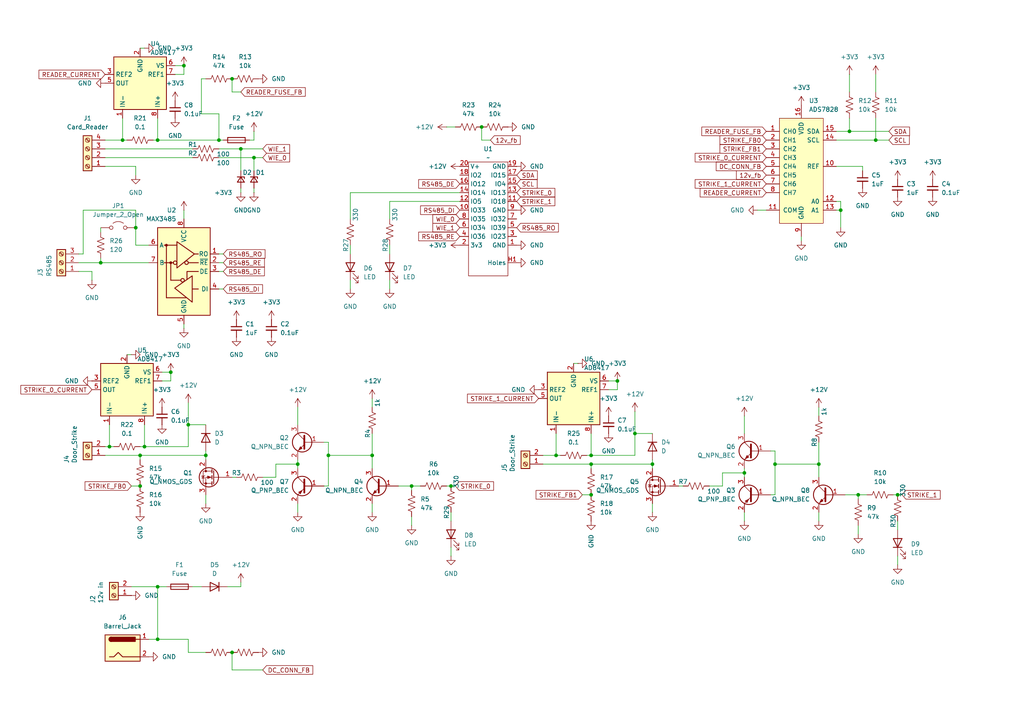
<source format=kicad_sch>
(kicad_sch (version 20231120) (generator "eeschema") (generator_version "8.0")
  (paper "A4")
  (junction (at 86.36 134.62))
  (junction (at 45.72 40.64))
  (junction (at 215.9 137.16))
  (junction (at 41.91 129.54))
  (junction (at 189.23 134.62))
  (junction (at 246.38 38.1))
  (junction (at 45.72 185.42))
  (junction (at 237.49 134.62))
  (junction (at 130.81 140.97))
  (junction (at 139.7 36.83))
  (junction (at 171.45 132.08))
  (junction (at 171.45 143.51))
  (junction (at 179.07 110.49))
  (junction (at 248.92 143.51))
  (junction (at 67.31 189.23))
  (junction (at 254 40.64))
  (junction (at 224.79 134.62))
  (junction (at 49.53 107.95))
  (junction (at 260.35 143.51))
  (junction (at 29.21 76.2))
  (junction (at 39.37 66.04))
  (junction (at 243.84 60.96))
  (junction (at 45.72 170.18))
  (junction (at 63.5 40.64))
  (junction (at 35.56 40.64))
  (junction (at 161.29 132.08))
  (junction (at 69.85 43.18))
  (junction (at 67.31 22.86))
  (junction (at 53.34 19.05))
  (junction (at 31.75 129.54))
  (junction (at 59.69 132.08))
  (junction (at 40.64 132.08))
  (junction (at 40.64 140.97))
  (junction (at 54.61 123.19))
  (junction (at 119.38 140.97))
  (junction (at 184.15 125.73))
  (junction (at 73.66 45.72))
  (junction (at 95.25 132.08))
  (junction (at 171.45 134.62))
  (junction (at 107.95 132.08))
  (wire (pts (xy 58.42 22.86) (xy 58.42 33.02)))
  (wire (pts (xy 260.35 143.51) (xy 261.62 143.51)))
  (wire (pts (xy 113.03 58.42) (xy 113.03 63.5)))
  (wire (pts (xy 139.7 40.64) (xy 139.7 36.83)))
  (wire (pts (xy 130.81 140.97) (xy 132.08 140.97)))
  (wire (pts (xy 95.25 132.08) (xy 95.25 128.27)))
  (wire (pts (xy 63.5 43.18) (xy 69.85 43.18)))
  (wire (pts (xy 24.13 73.66) (xy 22.86 73.66)))
  (wire (pts (xy 243.84 58.42) (xy 243.84 60.96)))
  (wire (pts (xy 73.66 45.72) (xy 76.2 45.72)))
  (wire (pts (xy 73.66 40.64) (xy 73.66 38.1)))
  (wire (pts (xy 242.57 58.42) (xy 243.84 58.42)))
  (wire (pts (xy 80.01 138.43) (xy 80.01 134.62)))
  (wire (pts (xy 41.91 129.54) (xy 54.61 129.54)))
  (wire (pts (xy 53.34 60.96) (xy 53.34 63.5)))
  (wire (pts (xy 260.35 161.29) (xy 260.35 163.83)))
  (wire (pts (xy 86.36 118.11) (xy 86.36 123.19)))
  (wire (pts (xy 209.55 137.16) (xy 215.9 137.16)))
  (wire (pts (xy 161.29 132.08) (xy 162.56 132.08)))
  (wire (pts (xy 142.24 40.64) (xy 139.7 40.64)))
  (wire (pts (xy 53.34 21.59) (xy 53.34 19.05)))
  (wire (pts (xy 101.6 71.12) (xy 101.6 73.66)))
  (wire (pts (xy 248.92 143.51) (xy 248.92 144.78)))
  (wire (pts (xy 69.85 26.67) (xy 67.31 26.67)))
  (wire (pts (xy 39.37 66.04) (xy 39.37 60.96)))
  (wire (pts (xy 189.23 134.62) (xy 189.23 135.89)))
  (wire (pts (xy 49.53 110.49) (xy 49.53 107.95)))
  (wire (pts (xy 179.07 113.03) (xy 179.07 110.49)))
  (wire (pts (xy 67.31 194.31) (xy 67.31 189.23)))
  (wire (pts (xy 215.9 120.65) (xy 215.9 125.73)))
  (wire (pts (xy 223.52 143.51) (xy 224.79 143.51)))
  (wire (pts (xy 30.48 48.26) (xy 39.37 48.26)))
  (wire (pts (xy 67.31 26.67) (xy 67.31 22.86)))
  (wire (pts (xy 224.79 143.51) (xy 224.79 134.62)))
  (wire (pts (xy 237.49 118.11) (xy 237.49 120.65)))
  (wire (pts (xy 107.95 146.05) (xy 107.95 148.59)))
  (wire (pts (xy 53.34 93.98) (xy 53.34 95.25)))
  (wire (pts (xy 80.01 134.62) (xy 86.36 134.62)))
  (wire (pts (xy 67.31 138.43) (xy 68.58 138.43)))
  (wire (pts (xy 184.15 119.38) (xy 184.15 125.73)))
  (wire (pts (xy 209.55 140.97) (xy 209.55 137.16)))
  (wire (pts (xy 224.79 134.62) (xy 224.79 130.81)))
  (wire (pts (xy 232.41 68.58) (xy 232.41 69.85)))
  (wire (pts (xy 76.2 194.31) (xy 67.31 194.31)))
  (wire (pts (xy 243.84 60.96) (xy 243.84 66.04)))
  (wire (pts (xy 107.95 135.89) (xy 107.95 132.08)))
  (wire (pts (xy 40.64 129.54) (xy 41.91 129.54)))
  (wire (pts (xy 39.37 48.26) (xy 39.37 50.8)))
  (wire (pts (xy 49.53 107.95) (xy 46.99 107.95)))
  (wire (pts (xy 101.6 81.28) (xy 101.6 83.82)))
  (wire (pts (xy 39.37 60.96) (xy 24.13 60.96)))
  (wire (pts (xy 45.72 170.18) (xy 48.26 170.18)))
  (wire (pts (xy 26.67 78.74) (xy 22.86 78.74)))
  (wire (pts (xy 29.21 76.2) (xy 43.18 76.2)))
  (wire (pts (xy 176.53 113.03) (xy 179.07 113.03)))
  (wire (pts (xy 248.92 143.51) (xy 251.46 143.51)))
  (wire (pts (xy 63.5 40.64) (xy 64.77 40.64)))
  (wire (pts (xy 237.49 128.27) (xy 237.49 134.62)))
  (wire (pts (xy 69.85 54.61) (xy 69.85 55.88)))
  (wire (pts (xy 189.23 133.35) (xy 189.23 134.62)))
  (wire (pts (xy 215.9 137.16) (xy 215.9 138.43)))
  (wire (pts (xy 157.48 132.08) (xy 161.29 132.08)))
  (wire (pts (xy 246.38 34.29) (xy 246.38 38.1)))
  (wire (pts (xy 113.03 81.28) (xy 113.03 83.82)))
  (wire (pts (xy 237.49 138.43) (xy 237.49 134.62)))
  (wire (pts (xy 54.61 116.84) (xy 54.61 123.19)))
  (wire (pts (xy 119.38 149.86) (xy 119.38 152.4)))
  (wire (pts (xy 45.72 34.29) (xy 45.72 40.64)))
  (wire (pts (xy 63.5 45.72) (xy 73.66 45.72)))
  (wire (pts (xy 59.69 132.08) (xy 59.69 133.35)))
  (wire (pts (xy 129.54 36.83) (xy 132.08 36.83)))
  (wire (pts (xy 76.2 138.43) (xy 80.01 138.43)))
  (wire (pts (xy 31.75 129.54) (xy 33.02 129.54)))
  (wire (pts (xy 63.5 73.66) (xy 64.77 73.66)))
  (wire (pts (xy 254 34.29) (xy 254 40.64)))
  (wire (pts (xy 161.29 125.73) (xy 161.29 132.08)))
  (wire (pts (xy 30.48 40.64) (xy 35.56 40.64)))
  (wire (pts (xy 196.85 140.97) (xy 198.12 140.97)))
  (wire (pts (xy 219.71 60.96) (xy 222.25 60.96)))
  (wire (pts (xy 107.95 132.08) (xy 95.25 132.08)))
  (wire (pts (xy 55.88 170.18) (xy 58.42 170.18)))
  (wire (pts (xy 170.18 132.08) (xy 171.45 132.08)))
  (wire (pts (xy 45.72 185.42) (xy 45.72 170.18)))
  (wire (pts (xy 259.08 143.51) (xy 260.35 143.51)))
  (wire (pts (xy 189.23 146.05) (xy 189.23 148.59)))
  (wire (pts (xy 93.98 140.97) (xy 95.25 140.97)))
  (wire (pts (xy 250.19 48.26) (xy 250.19 49.53)))
  (wire (pts (xy 69.85 170.18) (xy 69.85 168.91)))
  (wire (pts (xy 30.48 129.54) (xy 31.75 129.54)))
  (wire (pts (xy 35.56 34.29) (xy 35.56 40.64)))
  (wire (pts (xy 205.74 140.97) (xy 209.55 140.97)))
  (wire (pts (xy 107.95 125.73) (xy 107.95 132.08)))
  (wire (pts (xy 95.25 140.97) (xy 95.25 132.08)))
  (wire (pts (xy 54.61 189.23) (xy 54.61 185.42)))
  (wire (pts (xy 133.35 58.42) (xy 113.03 58.42)))
  (wire (pts (xy 46.99 110.49) (xy 49.53 110.49)))
  (wire (pts (xy 36.83 102.87) (xy 38.1 102.87)))
  (wire (pts (xy 35.56 40.64) (xy 36.83 40.64)))
  (wire (pts (xy 237.49 148.59) (xy 237.49 151.13)))
  (wire (pts (xy 93.98 128.27) (xy 95.25 128.27)))
  (wire (pts (xy 73.66 45.72) (xy 73.66 49.53)))
  (wire (pts (xy 72.39 40.64) (xy 73.66 40.64)))
  (wire (pts (xy 242.57 48.26) (xy 250.19 48.26)))
  (wire (pts (xy 45.72 40.64) (xy 63.5 40.64)))
  (wire (pts (xy 179.07 110.49) (xy 176.53 110.49)))
  (wire (pts (xy 86.36 134.62) (xy 86.36 135.89)))
  (wire (pts (xy 242.57 38.1) (xy 246.38 38.1)))
  (wire (pts (xy 215.9 135.89) (xy 215.9 137.16)))
  (wire (pts (xy 119.38 140.97) (xy 121.92 140.97)))
  (wire (pts (xy 59.69 22.86) (xy 58.42 22.86)))
  (wire (pts (xy 157.48 134.62) (xy 171.45 134.62)))
  (wire (pts (xy 59.69 143.51) (xy 59.69 146.05)))
  (wire (pts (xy 171.45 134.62) (xy 189.23 134.62)))
  (wire (pts (xy 168.91 143.51) (xy 171.45 143.51)))
  (wire (pts (xy 39.37 71.12) (xy 39.37 66.04)))
  (wire (pts (xy 166.37 105.41) (xy 167.64 105.41)))
  (wire (pts (xy 248.92 152.4) (xy 248.92 154.94)))
  (wire (pts (xy 171.45 125.73) (xy 171.45 132.08)))
  (wire (pts (xy 130.81 148.59) (xy 130.81 151.13)))
  (wire (pts (xy 30.48 43.18) (xy 55.88 43.18)))
  (wire (pts (xy 107.95 115.57) (xy 107.95 118.11)))
  (wire (pts (xy 24.13 60.96) (xy 24.13 73.66)))
  (wire (pts (xy 86.36 146.05) (xy 86.36 148.59)))
  (wire (pts (xy 41.91 123.19) (xy 41.91 129.54)))
  (wire (pts (xy 40.64 132.08) (xy 59.69 132.08)))
  (wire (pts (xy 260.35 151.13) (xy 260.35 153.67)))
  (wire (pts (xy 40.64 132.08) (xy 40.64 133.35)))
  (wire (pts (xy 59.69 130.81) (xy 59.69 132.08)))
  (wire (pts (xy 54.61 123.19) (xy 54.61 129.54)))
  (wire (pts (xy 113.03 71.12) (xy 113.03 73.66)))
  (wire (pts (xy 246.38 38.1) (xy 257.81 38.1)))
  (wire (pts (xy 254 40.64) (xy 257.81 40.64)))
  (wire (pts (xy 40.64 13.97) (xy 41.91 13.97)))
  (wire (pts (xy 254 21.59) (xy 254 26.67)))
  (wire (pts (xy 184.15 125.73) (xy 184.15 132.08)))
  (wire (pts (xy 171.45 134.62) (xy 171.45 135.89)))
  (wire (pts (xy 129.54 140.97) (xy 130.81 140.97)))
  (wire (pts (xy 38.1 140.97) (xy 40.64 140.97)))
  (wire (pts (xy 101.6 55.88) (xy 101.6 63.5)))
  (wire (pts (xy 54.61 123.19) (xy 59.69 123.19)))
  (wire (pts (xy 237.49 134.62) (xy 224.79 134.62)))
  (wire (pts (xy 29.21 74.93) (xy 29.21 76.2)))
  (wire (pts (xy 30.48 132.08) (xy 40.64 132.08)))
  (wire (pts (xy 59.69 189.23) (xy 54.61 189.23)))
  (wire (pts (xy 215.9 148.59) (xy 215.9 151.13)))
  (wire (pts (xy 246.38 21.59) (xy 246.38 26.67)))
  (wire (pts (xy 223.52 130.81) (xy 224.79 130.81)))
  (wire (pts (xy 30.48 45.72) (xy 55.88 45.72)))
  (wire (pts (xy 44.45 40.64) (xy 45.72 40.64)))
  (wire (pts (xy 39.37 71.12) (xy 43.18 71.12)))
  (wire (pts (xy 29.21 66.04) (xy 29.21 67.31)))
  (wire (pts (xy 133.35 55.88) (xy 101.6 55.88)))
  (wire (pts (xy 58.42 33.02) (xy 63.5 33.02)))
  (wire (pts (xy 242.57 40.64) (xy 254 40.64)))
  (wire (pts (xy 38.1 170.18) (xy 45.72 170.18)))
  (wire (pts (xy 130.81 158.75) (xy 130.81 161.29)))
  (wire (pts (xy 26.67 81.28) (xy 26.67 78.74)))
  (wire (pts (xy 69.85 43.18) (xy 69.85 49.53)))
  (wire (pts (xy 63.5 78.74) (xy 64.77 78.74)))
  (wire (pts (xy 50.8 21.59) (xy 53.34 21.59)))
  (wire (pts (xy 53.34 19.05) (xy 50.8 19.05)))
  (wire (pts (xy 242.57 60.96) (xy 243.84 60.96)))
  (wire (pts (xy 63.5 33.02) (xy 63.5 40.64)))
  (wire (pts (xy 63.5 83.82) (xy 64.77 83.82)))
  (wire (pts (xy 115.57 140.97) (xy 119.38 140.97)))
  (wire (pts (xy 66.04 170.18) (xy 69.85 170.18)))
  (wire (pts (xy 245.11 143.51) (xy 248.92 143.51)))
  (wire (pts (xy 69.85 43.18) (xy 76.2 43.18)))
  (wire (pts (xy 22.86 76.2) (xy 29.21 76.2)))
  (wire (pts (xy 73.66 54.61) (xy 73.66 55.88)))
  (wire (pts (xy 119.38 140.97) (xy 119.38 142.24)))
  (wire (pts (xy 63.5 76.2) (xy 64.77 76.2)))
  (wire (pts (xy 171.45 132.08) (xy 184.15 132.08)))
  (wire (pts (xy 43.18 185.42) (xy 45.72 185.42)))
  (wire (pts (xy 86.36 133.35) (xy 86.36 134.62)))
  (wire (pts (xy 184.15 125.73) (xy 189.23 125.73)))
  (wire (pts (xy 31.75 123.19) (xy 31.75 129.54)))
  (wire (pts (xy 54.61 185.42) (xy 45.72 185.42)))
  (global_label "RS485_RO" (shape input) (at 64.77 73.66 0) (property "Intersheetrefs" "${INTERSHEET_REFS}" (effects (hide yes))))
  (global_label "STRIKE_0" (shape input) (at 149.86 55.88 0) (property "Intersheetrefs" "${INTERSHEET_REFS}" (effects (hide yes))))
  (global_label "DC_CONN_FB" (shape input) (at 222.25 48.26 180) (property "Intersheetrefs" "${INTERSHEET_REFS}" (effects (hide yes))))
  (global_label "STRIKE_0_CURRENT" (shape input) (at 222.25 45.72 180) (property "Intersheetrefs" "${INTERSHEET_REFS}" (effects (hide yes))))
  (global_label "STRIKE_0" (shape input) (at 132.08 140.97 0) (property "Intersheetrefs" "${INTERSHEET_REFS}" (effects (hide yes))))
  (global_label "RS485_RE" (shape input) (at 64.77 76.2 0) (property "Intersheetrefs" "${INTERSHEET_REFS}" (effects (hide yes))))
  (global_label "RS485_DI" (shape input) (at 133.35 60.96 180) (property "Intersheetrefs" "${INTERSHEET_REFS}" (effects (hide yes))))
  (global_label "READER_FUSE_FB" (shape input) (at 222.25 38.1 180) (property "Intersheetrefs" "${INTERSHEET_REFS}" (effects (hide yes))))
  (global_label "STRIKE_FB0" (shape input) (at 38.1 140.97 180) (property "Intersheetrefs" "${INTERSHEET_REFS}" (effects (hide yes))))
  (global_label "STRIKE_FB0" (shape input) (at 222.25 40.64 180) (property "Intersheetrefs" "${INTERSHEET_REFS}" (effects (hide yes))))
  (global_label "STRIKE_1" (shape input) (at 149.86 58.42 0) (property "Intersheetrefs" "${INTERSHEET_REFS}" (effects (hide yes))))
  (global_label "STRIKE_1" (shape input) (at 261.62 143.51 0) (property "Intersheetrefs" "${INTERSHEET_REFS}" (effects (hide yes))))
  (global_label "RS485_DE" (shape input) (at 64.77 78.74 0) (property "Intersheetrefs" "${INTERSHEET_REFS}" (effects (hide yes))))
  (global_label "SCL" (shape input) (at 149.86 53.34 0) (property "Intersheetrefs" "${INTERSHEET_REFS}" (effects (hide yes))))
  (global_label "READER_FUSE_FB" (shape input) (at 69.85 26.67 0) (property "Intersheetrefs" "${INTERSHEET_REFS}" (effects (hide yes))))
  (global_label "WIE_0" (shape input) (at 76.2 45.72 0) (property "Intersheetrefs" "${INTERSHEET_REFS}" (effects (hide yes))))
  (global_label "DC_CONN_FB" (shape input) (at 76.2 194.31 0) (property "Intersheetrefs" "${INTERSHEET_REFS}" (effects (hide yes))))
  (global_label "STRIKE_FB1" (shape input) (at 168.91 143.51 180) (property "Intersheetrefs" "${INTERSHEET_REFS}" (effects (hide yes))))
  (global_label "STRIKE_FB1" (shape input) (at 222.25 43.18 180) (property "Intersheetrefs" "${INTERSHEET_REFS}" (effects (hide yes))))
  (global_label "RS485_RE" (shape input) (at 133.35 68.58 180) (property "Intersheetrefs" "${INTERSHEET_REFS}" (effects (hide yes))))
  (global_label "12v_fb" (shape input) (at 222.25 50.8 180) (property "Intersheetrefs" "${INTERSHEET_REFS}" (effects (hide yes))))
  (global_label "RS485_DE" (shape input) (at 133.35 53.34 180) (property "Intersheetrefs" "${INTERSHEET_REFS}" (effects (hide yes))))
  (global_label "12v_fb" (shape input) (at 142.24 40.64 0) (property "Intersheetrefs" "${INTERSHEET_REFS}" (effects (hide yes))))
  (global_label "STRIKE_1_CURRENT" (shape input) (at 156.21 115.57 180) (property "Intersheetrefs" "${INTERSHEET_REFS}" (effects (hide yes))))
  (global_label "WIE_1" (shape input) (at 76.2 43.18 0) (property "Intersheetrefs" "${INTERSHEET_REFS}" (effects (hide yes))))
  (global_label "STRIKE_1_CURRENT" (shape input) (at 222.25 53.34 180) (property "Intersheetrefs" "${INTERSHEET_REFS}" (effects (hide yes))))
  (global_label "READER_CURRENT" (shape input) (at 222.25 55.88 180) (property "Intersheetrefs" "${INTERSHEET_REFS}" (effects (hide yes))))
  (global_label "WIE_1" (shape input) (at 133.35 66.04 180) (property "Intersheetrefs" "${INTERSHEET_REFS}" (effects (hide yes))))
  (global_label "SDA" (shape input) (at 257.81 38.1 0) (property "Intersheetrefs" "${INTERSHEET_REFS}" (effects (hide yes))))
  (global_label "SDA" (shape input) (at 149.86 50.8 0) (property "Intersheetrefs" "${INTERSHEET_REFS}" (effects (hide yes))))
  (global_label "READER_CURRENT" (shape input) (at 30.48 21.59 180) (property "Intersheetrefs" "${INTERSHEET_REFS}" (effects (hide yes))))
  (global_label "RS485_DI" (shape input) (at 64.77 83.82 0) (property "Intersheetrefs" "${INTERSHEET_REFS}" (effects (hide yes))))
  (global_label "STRIKE_0_CURRENT" (shape input) (at 26.67 113.03 180) (property "Intersheetrefs" "${INTERSHEET_REFS}" (effects (hide yes))))
  (global_label "WIE_0" (shape input) (at 133.35 63.5 180) (property "Intersheetrefs" "${INTERSHEET_REFS}" (effects (hide yes))))
  (global_label "SCL" (shape input) (at 257.81 40.64 0) (property "Intersheetrefs" "${INTERSHEET_REFS}" (effects (hide yes))))
  (global_label "RS485_RO" (shape input) (at 149.86 66.04 0) (property "Intersheetrefs" "${INTERSHEET_REFS}" (effects (hide yes))))
  (symbol (lib_id "power:GND") (at 26.67 81.28 0) (unit 1)
    (property "Reference" "#PWR01" (effects (hide yes)))
    (property "Value" "GND" (at 26.67 86.36 0))
    (property "Description" "Power symbol creates a global label with name \"GND\" , ground" (effects (hide yes)))
  )
  (symbol (lib_id "Device:R_US") (at 237.49 124.46 180) (unit 1)
    (property "Reference" "R8" (at 236.22 128.27 90))
    (property "Value" "1k" (at 239.014 119.38 90))
    (property "Footprint" "Resistor_SMD:R_0603_1608Metric" (effects (hide yes)))
    (property "Description" "Resistor, US symbol" (effects (hide yes)))
  )
  (symbol (lib_id "power:+3V3") (at 176.53 120.65 0) (unit 1)
    (property "Reference" "#PWR063" (effects (hide yes)))
    (property "Value" "+3V3" (at 176.53 115.57 0))
    (property "Description" "Power symbol creates a global label with name \"+3V3\"" (effects (hide yes)))
  )
  (symbol (lib_id "power:GND") (at 86.36 148.59 0) (unit 1)
    (property "Reference" "#PWR020" (effects (hide yes)))
    (property "Value" "GND" (at 86.36 153.67 0))
    (property "Description" "Power symbol creates a global label with name \"GND\" , ground" (effects (hide yes)))
  )
  (symbol (lib_id "power:GND") (at 38.1 172.72 90) (unit 1)
    (property "Reference" "#PWR035" (effects (hide yes)))
    (property "Value" "GND" (at 41.91 172.7199 90) (effects (justify right)))
    (property "Description" "Power symbol creates a global label with name \"GND\" , ground" (effects (hide yes)))
  )
  (symbol (lib_id "Device:R_US") (at 71.12 189.23 90) (unit 1)
    (property "Reference" "R20" (effects (hide yes)))
    (property "Value" "10k" (effects (hide yes)))
    (property "Footprint" "Resistor_SMD:R_0603_1608Metric" (effects (hide yes)))
    (property "Description" "Resistor, US symbol" (effects (hide yes)))
  )
  (symbol (lib_id "Device:LED") (at 101.6 77.47 90) (unit 1)
    (property "Reference" "D6" (at 105.41 77.7874 90) (effects (justify right)))
    (property "Value" "LED" (at 105.41 80.3274 90) (effects (justify right)))
    (property "Footprint" "LED_SMD:LED_0603_1608Metric" (effects (hide yes)))
    (property "Description" "Light emitting diode" (effects (hide yes)))
  )
  (symbol (lib_id "Connector:Screw_Terminal_01x02") (at 152.4 134.62 180) (unit 1)
    (property "Reference" "J5" (at 146.304 136.906 90) (effects (justify right)))
    (property "Value" "Door_Strike" (at 148.59 136.906 90) (effects (justify right)))
    (property "Footprint" "Connector_Phoenix_MC:PhoenixContact_MC_1,5_2-G-3.81_1x02_P3.81mm_Horizontal" (effects (hide yes)))
    (property "Description" "Generic screw terminal, single row, 01x02, script generated (kicad-library-utils/schlib/autogen/connector/)" (effects (hide yes)))
  )
  (symbol (lib_id "power:GND") (at 68.58 97.79 0) (unit 1)
    (property "Reference" "#PWR05" (effects (hide yes)))
    (property "Value" "GND" (at 68.58 102.87 0))
    (property "Description" "Power symbol creates a global label with name \"GND\" , ground" (effects (hide yes)))
  )
  (symbol (lib_id "power:GND") (at 270.51 57.15 0) (unit 1)
    (property "Reference" "#PWR040" (effects (hide yes)))
    (property "Value" "GND" (at 270.51 62.23 0))
    (property "Description" "Power symbol creates a global label with name \"GND\" , ground" (effects (hide yes)))
  )
  (symbol (lib_id "power:GND") (at 107.95 148.59 0) (unit 1)
    (property "Reference" "#PWR022" (effects (hide yes)))
    (property "Value" "GND" (at 107.95 153.67 0))
    (property "Description" "Power symbol creates a global label with name \"GND\" , ground" (effects (hide yes)))
  )
  (symbol (lib_id "power:GND") (at 43.18 190.5 90) (unit 1)
    (property "Reference" "#PWR047" (effects (hide yes)))
    (property "Value" "GND" (at 46.99 190.4999 90) (effects (justify right)))
    (property "Description" "Power symbol creates a global label with name \"GND\" , ground" (effects (hide yes)))
  )
  (symbol (lib_id "power:GND") (at 149.86 60.96 90) (unit 1)
    (property "Reference" "#PWR012" (effects (hide yes)))
    (property "Value" "GND" (at 153.67 60.9599 90) (effects (justify right)))
    (property "Description" "Power symbol creates a global label with name \"GND\" , ground" (effects (hide yes)))
  )
  (symbol (lib_id "Amplifier_Current:AD8417") (at 36.83 113.03 180) (unit 1)
    (property "Reference" "U5" (at 39.8465 101.6 0) (effects (justify right)))
    (property "Value" "AD8417" (at 39.8465 104.14 0) (effects (justify right)))
    (property "Footprint" "Package_SO:MSOP-8_3x3mm_P0.65mm" (effects (hide yes)))
    (property "Datasheet" "https://www.analog.com/media/en/technical-documentation/data-sheets/AD8417.pdf" (effects (hide yes)))
    (property "Description" "70V Bidirectional, Zero Drift, Current Sense Amplifier, 60V/V gain, bandwidth 250kHz, VS=2.7V~5.5V, SOIC-8/MSOP-8" (effects (hide yes)))
  )
  (symbol (lib_id "power:GND") (at 101.6 83.82 0) (unit 1)
    (property "Reference" "#PWR067" (effects (hide yes)))
    (property "Value" "GND" (at 101.6 88.9 0))
    (property "Description" "Power symbol creates a global label with name \"GND\" , ground" (effects (hide yes)))
  )
  (symbol (lib_id "power:GND") (at 250.19 54.61 0) (unit 1)
    (property "Reference" "#PWR042" (effects (hide yes)))
    (property "Value" "GND" (at 250.19 59.69 0))
    (property "Description" "Power symbol creates a global label with name \"GND\" , ground" (effects (hide yes)))
  )
  (symbol (lib_id "Device:Fuse") (at 52.07 170.18 90) (unit 1)
    (property "Reference" "F1" (at 52.07 163.83 90))
    (property "Value" "Fuse" (at 52.07 166.37 90))
    (property "Footprint" "fuse154:0154Series_LTF" (effects (hide yes)))
    (property "Description" "Fuse" (effects (hide yes)))
  )
  (symbol (lib_id "power:GND") (at 130.81 161.29 0) (unit 1)
    (property "Reference" "#PWR069" (effects (hide yes)))
    (property "Value" "GND" (at 130.81 166.37 0))
    (property "Description" "Power symbol creates a global label with name \"GND\" , ground" (effects (hide yes)))
  )
  (symbol (lib_id "power:GND") (at 53.34 95.25 0) (unit 1)
    (property "Reference" "#PWR02" (effects (hide yes)))
    (property "Value" "GND" (at 53.34 100.33 0))
    (property "Description" "Power symbol creates a global label with name \"GND\" , ground" (effects (hide yes)))
  )
  (symbol (lib_id "power:GND") (at 260.35 57.15 0) (unit 1)
    (property "Reference" "#PWR038" (effects (hide yes)))
    (property "Value" "GND" (at 260.35 62.23 0))
    (property "Description" "Power symbol creates a global label with name \"GND\" , ground" (effects (hide yes)))
  )
  (symbol (lib_id "Device:R_US") (at 248.92 148.59 0) (unit 1)
    (property "Reference" "R9" (at 251.46 147.3199 0) (effects (justify left)))
    (property "Value" "47k" (at 251.46 149.8599 0) (effects (justify left)))
    (property "Footprint" "Resistor_SMD:R_0603_1608Metric" (effects (hide yes)))
    (property "Description" "Resistor, US symbol" (effects (hide yes)))
  )
  (symbol (lib_id "Device:R_US") (at 260.35 147.32 180) (unit 1)
    (property "Reference" "R30" (at 259.08 151.13 90))
    (property "Value" "330" (at 261.874 142.24 90))
    (property "Footprint" "Resistor_SMD:R_0603_1608Metric" (effects (hide yes)))
    (property "Description" "Resistor, US symbol" (effects (hide yes)))
  )
  (symbol (lib_id "Device:LED") (at 260.35 157.48 90) (unit 1)
    (property "Reference" "D9" (at 264.16 157.7974 90) (effects (justify right)))
    (property "Value" "LED" (at 264.16 160.3374 90) (effects (justify right)))
    (property "Footprint" "LED_SMD:LED_0603_1608Metric" (effects (hide yes)))
    (property "Description" "Light emitting diode" (effects (hide yes)))
  )
  (symbol (lib_id "Device:R_US") (at 119.38 146.05 0) (unit 1)
    (property "Reference" "R5" (at 121.92 144.7799 0) (effects (justify left)))
    (property "Value" "47k" (at 121.92 147.3199 0) (effects (justify left)))
    (property "Footprint" "Resistor_SMD:R_0603_1608Metric" (effects (hide yes)))
    (property "Description" "Resistor, US symbol" (effects (hide yes)))
  )
  (symbol (lib_id "Device:R_US") (at 40.64 137.16 180) (unit 1)
    (property "Reference" "R15" (at 43.18 135.8899 0) (effects (justify right)))
    (property "Value" "47k" (at 43.18 138.4299 0) (effects (justify right)))
    (property "Footprint" "Resistor_SMD:R_0603_1608Metric" (effects (hide yes)))
    (property "Description" "Resistor, US symbol" (effects (hide yes)))
  )
  (symbol (lib_id "power:GND") (at 73.66 55.88 0) (unit 1)
    (property "Reference" "#PWR017" (effects (hide yes)))
    (property "Value" "GND" (at 73.66 60.96 0))
    (property "Description" "Power symbol creates a global label with name \"GND\" , ground" (effects (hide yes)))
  )
  (symbol (lib_id "power:+12V") (at 73.66 38.1 0) (unit 1)
    (property "Reference" "#PWR09" (effects (hide yes)))
    (property "Value" "+12V" (at 73.66 33.02 0))
    (property "Description" "Power symbol creates a global label with name \"+12V\"" (effects (hide yes)))
  )
  (symbol (lib_id "power:GND") (at 176.53 125.73 0) (unit 1)
    (property "Reference" "#PWR064" (effects (hide yes)))
    (property "Value" "GND" (at 176.53 130.81 0))
    (property "Description" "Power symbol creates a global label with name \"GND\" , ground" (effects (hide yes)))
  )
  (symbol (lib_id "power:GND") (at 232.41 69.85 0) (unit 1)
    (property "Reference" "#PWR034" (effects (hide yes)))
    (property "Value" "GND" (at 232.41 74.93 0))
    (property "Description" "Power symbol creates a global label with name \"GND\" , ground" (effects (hide yes)))
  )
  (symbol (lib_id "power:GND") (at 69.85 55.88 0) (unit 1)
    (property "Reference" "#PWR016" (effects (hide yes)))
    (property "Value" "GND" (at 69.85 60.96 0))
    (property "Description" "Power symbol creates a global label with name \"GND\" , ground" (effects (hide yes)))
  )
  (symbol (lib_id "Device:R_US") (at 130.81 144.78 180) (unit 1)
    (property "Reference" "R29" (at 129.54 148.59 90))
    (property "Value" "330" (at 132.334 139.7 90))
    (property "Footprint" "Resistor_SMD:R_0603_1608Metric" (effects (hide yes)))
    (property "Description" "Resistor, US symbol" (effects (hide yes)))
  )
  (symbol (lib_id "power:+3V3") (at 179.07 110.49 0) (unit 1)
    (property "Reference" "#PWR060" (effects (hide yes)))
    (property "Value" "+3V3" (at 179.07 105.41 0))
    (property "Description" "Power symbol creates a global label with name \"+3V3\"" (effects (hide yes)))
  )
  (symbol (lib_id "Device:R_US") (at 36.83 129.54 270) (unit 1)
    (property "Reference" "R22" (at 36.83 123.19 90))
    (property "Value" "0.1" (at 36.83 125.73 90))
    (property "Footprint" "Resistor_SMD:R_0805_2012Metric" (effects (hide yes)))
    (property "Description" "Resistor, US symbol" (effects (hide yes)))
  )
  (symbol (lib_id "Device:R_US") (at 71.12 22.86 90) (unit 1)
    (property "Reference" "R13" (at 71.12 16.51 90))
    (property "Value" "10k" (at 71.12 19.05 90))
    (property "Footprint" "Resistor_SMD:R_0603_1608Metric" (effects (hide yes)))
    (property "Description" "Resistor, US symbol" (effects (hide yes)))
  )
  (symbol (lib_id "Device:R_US") (at 143.51 36.83 90) (unit 1)
    (property "Reference" "R24" (at 143.51 30.48 90))
    (property "Value" "10k" (at 143.51 33.02 90))
    (property "Footprint" "Resistor_SMD:R_0603_1608Metric" (effects (hide yes)))
    (property "Description" "Resistor, US symbol" (effects (hide yes)))
  )
  (symbol (lib_id "Connector:Barrel_Jack") (at 35.56 187.96 0) (unit 1)
    (property "Reference" "J6" (at 35.56 179.07 0))
    (property "Value" "Barrel_Jack" (at 35.56 181.61 0))
    (property "Footprint" "Connector_BarrelJack:BarrelJack_Horizontal" (effects (hide yes)))
    (property "Description" "DC Barrel Jack" (effects (hide yes)))
  )
  (symbol (lib_id "Device:R_US") (at 246.38 30.48 180) (unit 1)
    (property "Reference" "R12" (at 248.92 29.2099 0) (effects (justify right)))
    (property "Value" "10k" (at 248.92 31.7499 0) (effects (justify right)))
    (property "Footprint" "Resistor_SMD:R_0603_1608Metric" (effects (hide yes)))
    (property "Description" "Resistor, US symbol" (effects (hide yes)))
  )
  (symbol (lib_id "Connector:Screw_Terminal_01x02") (at 25.4 132.08 180) (unit 1)
    (property "Reference" "J4" (at 19.304 134.366 90) (effects (justify right)))
    (property "Value" "Door_Strike" (at 21.59 134.366 90) (effects (justify right)))
    (property "Footprint" "Connector_Phoenix_MC:PhoenixContact_MC_1,5_2-G-3.81_1x02_P3.81mm_Horizontal" (effects (hide yes)))
    (property "Description" "Generic screw terminal, single row, 01x02, script generated (kicad-library-utils/schlib/autogen/connector/)" (effects (hide yes)))
  )
  (symbol (lib_id "power:GND") (at 26.67 110.49 270) (unit 1)
    (property "Reference" "#PWR053" (effects (hide yes)))
    (property "Value" "GND" (at 22.86 110.4899 90) (effects (justify right)))
    (property "Description" "Power symbol creates a global label with name \"GND\" , ground" (effects (hide yes)))
  )
  (symbol (lib_id "power:GND") (at 156.21 113.03 270) (unit 1)
    (property "Reference" "#PWR055" (effects (hide yes)))
    (property "Value" "GND" (at 152.4 113.0299 90) (effects (justify right)))
    (property "Description" "Power symbol creates a global label with name \"GND\" , ground" (effects (hide yes)))
  )
  (symbol (lib_id "power:+3V3") (at 246.38 21.59 0) (unit 1)
    (property "Reference" "#PWR033" (effects (hide yes)))
    (property "Value" "+3V3" (at 246.38 16.51 0))
    (property "Description" "Power symbol creates a global label with name \"+3V3\"" (effects (hide yes)))
  )
  (symbol (lib_id "power:GND") (at 119.38 152.4 0) (unit 1)
    (property "Reference" "#PWR024" (effects (hide yes)))
    (property "Value" "GND" (at 119.38 157.48 0))
    (property "Description" "Power symbol creates a global label with name \"GND\" , ground" (effects (hide yes)))
  )
  (symbol (lib_id "Device:R_US") (at 63.5 189.23 270) (unit 1)
    (property "Reference" "R19" (effects (hide yes)))
    (property "Value" "47k" (effects (hide yes)))
    (property "Footprint" "Resistor_SMD:R_0603_1608Metric" (effects (hide yes)))
    (property "Description" "Resistor, US symbol" (effects (hide yes)))
  )
  (symbol (lib_id "Device:R_US") (at 40.64 40.64 270) (unit 1)
    (property "Reference" "R21" (at 40.64 34.29 90))
    (property "Value" "0.1" (at 40.64 36.83 90))
    (property "Footprint" "Resistor_SMD:R_0805_2012Metric" (effects (hide yes)))
    (property "Description" "Resistor, US symbol" (effects (hide yes)))
  )
  (symbol (lib_id "Device:D") (at 189.23 129.54 270) (unit 1)
    (property "Reference" "D4" (at 191.77 128.2699 90) (effects (justify left)))
    (property "Value" "D" (at 191.77 130.8099 90) (effects (justify left)))
    (property "Footprint" "Diode_SMD:D_SMA" (effects (hide yes)))
    (property "Description" "Diode" (effects (hide yes)))
    (property "Sim.Device" "D" (effects (hide yes)))
    (property "Sim.Pins" "1=K 2=A" (effects (hide yes)))
  )
  (symbol (lib_id "power:GND") (at 78.74 97.79 0) (unit 1)
    (property "Reference" "#PWR04" (effects (hide yes)))
    (property "Value" "GND" (at 78.74 102.87 0))
    (property "Description" "Power symbol creates a global label with name \"GND\" , ground" (effects (hide yes)))
  )
  (symbol (lib_id "power:GND") (at 147.32 36.83 90) (unit 1)
    (property "Reference" "#PWR050" (effects (hide yes)))
    (property "Value" "GND" (at 151.13 36.8299 90) (effects (justify right)))
    (property "Description" "Power symbol creates a global label with name \"GND\" , ground" (effects (hide yes)))
  )
  (symbol (lib_id "power:+12V") (at 184.15 119.38 0) (unit 1)
    (property "Reference" "#PWR025" (effects (hide yes)))
    (property "Value" "+12V" (at 184.15 114.3 0))
    (property "Description" "Power symbol creates a global label with name \"+12V\"" (effects (hide yes)))
  )
  (symbol (lib_id "power:+12V") (at 54.61 116.84 0) (unit 1)
    (property "Reference" "#PWR019" (effects (hide yes)))
    (property "Value" "+12V" (at 54.61 111.76 0))
    (property "Description" "Power symbol creates a global label with name \"+12V\"" (effects (hide yes)))
  )
  (symbol (lib_id "power:GND") (at 40.64 148.59 0) (unit 1)
    (property "Reference" "#PWR045" (effects (hide yes)))
    (property "Value" "GND" (at 40.6401 152.4 90) (effects (justify right)))
    (property "Description" "Power symbol creates a global label with name \"GND\" , ground" (effects (hide yes)))
  )
  (symbol (lib_id "Device:Q_PNP_BEC") (at 88.9 140.97 0) (mirror y) (unit 1)
    (property "Reference" "Q7" (at 83.82 139.6999 0) (effects (justify left)))
    (property "Value" "Q_PNP_BEC" (at 83.82 142.2399 0) (effects (justify left)))
    (property "Footprint" "Package_TO_SOT_SMD:SOT-23" (effects (hide yes)))
    (property "Description" "PNP transistor, base/emitter/collector" (effects (hide yes)))
  )
  (symbol (lib_id "power:GND") (at 171.45 151.13 0) (unit 1)
    (property "Reference" "#PWR046" (effects (hide yes)))
    (property "Value" "GND" (at 171.4501 154.94 90) (effects (justify right)))
    (property "Description" "Power symbol creates a global label with name \"GND\" , ground" (effects (hide yes)))
  )
  (symbol (lib_id "power:+12V") (at 133.35 48.26 90) (unit 1)
    (property "Reference" "#PWR010" (effects (hide yes)))
    (property "Value" "+12V" (at 129.54 48.2599 90) (effects (justify left)))
    (property "Description" "Power symbol creates a global label with name \"+12V\"" (effects (hide yes)))
  )
  (symbol (lib_id "Device:C_Small") (at 50.8 31.75 0) (unit 1)
    (property "Reference" "C8" (at 53.34 30.4862 0) (effects (justify left)))
    (property "Value" "0.1uF" (at 53.34 33.0262 0) (effects (justify left)))
    (property "Footprint" "Capacitor_SMD:C_0603_1608Metric" (effects (hide yes)))
    (property "Description" "Unpolarized capacitor, small symbol" (effects (hide yes)))
  )
  (symbol (lib_id "power:+12V") (at 107.95 115.57 0) (unit 1)
    (property "Reference" "#PWR023" (effects (hide yes)))
    (property "Value" "+12V" (at 107.95 110.49 0))
    (property "Description" "Power symbol creates a global label with name \"+12V\"" (effects (hide yes)))
  )
  (symbol (lib_id "Interface_UART:MAX3485") (at 53.34 78.74 0) (mirror y) (unit 1)
    (property "Reference" "U2" (at 51.1459 60.96 0) (effects (justify left)))
    (property "Value" "MAX3485" (at 51.1459 63.5 0) (effects (justify left)))
    (property "Footprint" "Package_SO:SOIC-8_3.9x4.9mm_P1.27mm" (effects (hide yes)))
    (property "Datasheet" "https://datasheets.maximintegrated.com/en/ds/MAX3483-MAX3491.pdf" (effects (hide yes)))
    (property "Description" "True RS-485/RS-422, 10Mbps, Slew-Rate Limited, with low-power shutdown, with receiver/driver enable, 32 receiver drive capacitity, DIP-8 and SOIC-8" (effects (hide yes)))
  )
  (symbol (lib_id "power:GND") (at 74.93 189.23 90) (unit 1)
    (property "Reference" "#PWR048" (effects (hide yes)))
    (property "Value" "GND" (at 78.74 189.2299 90) (effects (justify right)))
    (property "Description" "Power symbol creates a global label with name \"GND\" , ground" (effects (hide yes)))
  )
  (symbol (lib_id "Analog_ADC:ADS7828") (at 232.41 48.26 0) (unit 1)
    (property "Reference" "U3" (at 234.6041 29.21 0) (effects (justify left)))
    (property "Value" "ADS7828" (at 234.6041 31.75 0) (effects (justify left)))
    (property "Footprint" "Package_SO:TSSOP-16_4.4x5mm_P0.65mm" (effects (hide yes)))
    (property "Datasheet" "http://www.ti.com/lit/ds/symlink/ads7828.pdf" (effects (hide yes)))
    (property "Description" "12-Bits, 8-Channels, ADC, I2C, TSSOP-16" (effects (hide yes)))
  )
  (symbol (lib_id "Amplifier_Current:AD8417") (at 166.37 115.57 180) (unit 1)
    (property "Reference" "U6" (at 169.3865 104.14 0) (effects (justify right)))
    (property "Value" "AD8417" (at 169.3865 106.68 0) (effects (justify right)))
    (property "Footprint" "Package_SO:MSOP-8_3x3mm_P0.65mm" (effects (hide yes)))
    (property "Datasheet" "https://www.analog.com/media/en/technical-documentation/data-sheets/AD8417.pdf" (effects (hide yes)))
    (property "Description" "70V Bidirectional, Zero Drift, Current Sense Amplifier, 60V/V gain, bandwidth 250kHz, VS=2.7V~5.5V, SOIC-8/MSOP-8" (effects (hide yes)))
  )
  (symbol (lib_id "power:GND") (at 30.48 24.13 270) (unit 1)
    (property "Reference" "#PWR052" (effects (hide yes)))
    (property "Value" "GND" (at 26.67 24.1299 90) (effects (justify right)))
    (property "Description" "Power symbol creates a global label with name \"GND\" , ground" (effects (hide yes)))
  )
  (symbol (lib_id "power:+3V3") (at 260.35 52.07 0) (unit 1)
    (property "Reference" "#PWR037" (effects (hide yes)))
    (property "Value" "+3V3" (at 260.35 46.99 0))
    (property "Description" "Power symbol creates a global label with name \"+3V3\"" (effects (hide yes)))
  )
  (symbol (lib_id "Connector:Screw_Terminal_01x02") (at 33.02 172.72 180) (unit 1)
    (property "Reference" "J2" (at 26.924 175.006 90) (effects (justify right)))
    (property "Value" "12v in" (at 29.21 175.006 90) (effects (justify right)))
    (property "Footprint" "Connector_Phoenix_MC:PhoenixContact_MC_1,5_2-G-3.81_1x02_P3.81mm_Horizontal" (effects (hide yes)))
    (property "Description" "Generic screw terminal, single row, 01x02, script generated (kicad-library-utils/schlib/autogen/connector/)" (effects (hide yes)))
  )
  (symbol (lib_id "power:GND") (at 39.37 50.8 0) (unit 1)
    (property "Reference" "#PWR08" (effects (hide yes)))
    (property "Value" "GND" (at 39.37 55.88 0))
    (property "Description" "Power symbol creates a global label with name \"GND\" , ground" (effects (hide yes)))
  )
  (symbol (lib_id "Device:R_US") (at 254 30.48 180) (unit 1)
    (property "Reference" "R11" (at 256.54 29.2099 0) (effects (justify right)))
    (property "Value" "10k" (at 256.54 31.7499 0) (effects (justify right)))
    (property "Footprint" "Resistor_SMD:R_0603_1608Metric" (effects (hide yes)))
    (property "Description" "Resistor, US symbol" (effects (hide yes)))
  )
  (symbol (lib_id "Device:C_Small") (at 78.74 95.25 0) (unit 1)
    (property "Reference" "C2" (at 81.28 93.9862 0) (effects (justify left)))
    (property "Value" "0.1uF" (at 81.28 96.5262 0) (effects (justify left)))
    (property "Footprint" "Capacitor_SMD:C_0603_1608Metric" (effects (hide yes)))
    (property "Description" "Unpolarized capacitor, small symbol" (effects (hide yes)))
  )
  (symbol (lib_id "Device:R_US") (at 171.45 147.32 0) (unit 1)
    (property "Reference" "R18" (at 173.99 146.0499 0) (effects (justify left)))
    (property "Value" "10k" (at 173.99 148.5899 0) (effects (justify left)))
    (property "Footprint" "Resistor_SMD:R_0603_1608Metric" (effects (hide yes)))
    (property "Description" "Resistor, US symbol" (effects (hide yes)))
  )
  (symbol (lib_id "Device:R_US") (at 101.6 67.31 180) (unit 1)
    (property "Reference" "R27" (at 100.33 71.12 90))
    (property "Value" "330" (at 103.124 62.23 90))
    (property "Footprint" "Resistor_SMD:R_0603_1608Metric" (effects (hide yes)))
    (property "Description" "Resistor, US symbol" (effects (hide yes)))
  )
  (symbol (lib_id "Amplifier_Current:AD8417") (at 40.64 24.13 180) (unit 1)
    (property "Reference" "U4" (at 43.6565 12.7 0) (effects (justify right)))
    (property "Value" "AD8417" (at 43.6565 15.24 0) (effects (justify right)))
    (property "Footprint" "Package_SO:MSOP-8_3x3mm_P0.65mm" (effects (hide yes)))
    (property "Datasheet" "https://www.analog.com/media/en/technical-documentation/data-sheets/AD8417.pdf" (effects (hide yes)))
    (property "Description" "70V Bidirectional, Zero Drift, Current Sense Amplifier, 60V/V gain, bandwidth 250kHz, VS=2.7V~5.5V, SOIC-8/MSOP-8" (effects (hide yes)))
  )
  (symbol (lib_id "Connector:Screw_Terminal_01x04") (at 25.4 45.72 180) (unit 1)
    (property "Reference" "J1" (at 25.4 34.29 0))
    (property "Value" "Card_Reader" (at 25.4 36.83 0))
    (property "Footprint" "Connector_Phoenix_MC:PhoenixContact_MC_1,5_4-G-3.81_1x04_P3.81mm_Horizontal" (effects (hide yes)))
    (property "Description" "Generic screw terminal, single row, 01x04, script generated (kicad-library-utils/schlib/autogen/connector/)" (effects (hide yes)))
  )
  (symbol (lib_id "Jumper:Jumper_2_Open") (at 34.29 66.04 0) (unit 1) (exclude_from_sim yes)
    (property "Reference" "JP1" (at 34.29 59.69 0))
    (property "Value" "Jumper_2_Open" (at 34.29 62.23 0))
    (property "Footprint" "Jumper:SolderJumper-2_P1.3mm_Open_TrianglePad1.0x1.5mm" (effects (hide yes)))
    (property "Description" "Jumper, 2-pole, open" (effects (hide yes)))
  )
  (symbol (lib_id "power:+3V3") (at 50.8 29.21 0) (unit 1)
    (property "Reference" "#PWR065" (effects (hide yes)))
    (property "Value" "+3V3" (at 50.8 24.13 0))
    (property "Description" "Power symbol creates a global label with name \"+3V3\"" (effects (hide yes)))
  )
  (symbol (lib_id "power:GND") (at 215.9 151.13 0) (unit 1)
    (property "Reference" "#PWR028" (effects (hide yes)))
    (property "Value" "GND" (at 215.9 156.21 0))
    (property "Description" "Power symbol creates a global label with name \"GND\" , ground" (effects (hide yes)))
  )
  (symbol (lib_id "power:GND") (at 149.86 71.12 90) (unit 1)
    (property "Reference" "#PWR013" (effects (hide yes)))
    (property "Value" "GND" (at 153.67 71.1199 90) (effects (justify right)))
    (property "Description" "Power symbol creates a global label with name \"GND\" , ground" (effects (hide yes)))
  )
  (symbol (lib_id "power:+12V") (at 86.36 118.11 0) (unit 1)
    (property "Reference" "#PWR021" (effects (hide yes)))
    (property "Value" "+12V" (at 86.36 113.03 0))
    (property "Description" "Power symbol creates a global label with name \"+12V\"" (effects (hide yes)))
  )
  (symbol (lib_id "Device:R_US") (at 29.21 71.12 0) (unit 1)
    (property "Reference" "R26" (at 31.75 69.8499 0) (effects (justify left)))
    (property "Value" "120" (at 31.75 72.3899 0) (effects (justify left)))
    (property "Footprint" "Resistor_SMD:R_0805_2012Metric" (effects (hide yes)))
    (property "Description" "Resistor, US symbol" (effects (hide yes)))
  )
  (symbol (lib_id "Device:R_US") (at 255.27 143.51 90) (unit 1)
    (property "Reference" "R10" (at 255.27 137.16 90))
    (property "Value" "10k" (at 255.27 139.7 90))
    (property "Footprint" "Resistor_SMD:R_0603_1608Metric" (effects (hide yes)))
    (property "Description" "Resistor, US symbol" (effects (hide yes)))
  )
  (symbol (lib_id "Device:R_US") (at 171.45 139.7 180) (unit 1)
    (property "Reference" "R17" (at 173.99 138.4299 0) (effects (justify right)))
    (property "Value" "47k" (at 173.99 140.9699 0) (effects (justify right)))
    (property "Footprint" "Resistor_SMD:R_0603_1608Metric" (effects (hide yes)))
    (property "Description" "Resistor, US symbol" (effects (hide yes)))
  )
  (symbol (lib_id "power:+3V3") (at 78.74 92.71 0) (unit 1)
    (property "Reference" "#PWR07" (effects (hide yes)))
    (property "Value" "+3V3" (at 78.74 87.63 0))
    (property "Description" "Power symbol creates a global label with name \"+3V3\"" (effects (hide yes)))
  )
  (symbol (lib_id "power:+12V") (at 129.54 36.83 90) (unit 1)
    (property "Reference" "#PWR051" (effects (hide yes)))
    (property "Value" "+12V" (at 125.73 36.8299 90) (effects (justify left)))
    (property "Description" "Power symbol creates a global label with name \"+12V\"" (effects (hide yes)))
  )
  (symbol (lib_id "power:+12V") (at 237.49 118.11 0) (unit 1)
    (property "Reference" "#PWR029" (effects (hide yes)))
    (property "Value" "+12V" (at 237.49 113.03 0))
    (property "Description" "Power symbol creates a global label with name \"+12V\"" (effects (hide yes)))
  )
  (symbol (lib_id "Connector:Screw_Terminal_01x03") (at 17.78 76.2 180) (unit 1)
    (property "Reference" "J3" (at 11.684 80.264 90) (effects (justify right)))
    (property "Value" "RS485" (at 14.224 80.264 90) (effects (justify right)))
    (property "Footprint" "Connector_Phoenix_MC:PhoenixContact_MC_1,5_3-G-3.81_1x03_P3.81mm_Horizontal" (effects (hide yes)))
    (property "Description" "Generic screw terminal, single row, 01x03, script generated (kicad-library-utils/schlib/autogen/connector/)" (effects (hide yes)))
  )
  (symbol (lib_id "power:GND") (at 41.91 13.97 90) (unit 1)
    (property "Reference" "#PWR049" (effects (hide yes)))
    (property "Value" "GND" (at 45.72 13.9699 90) (effects (justify right)))
    (property "Description" "Power symbol creates a global label with name \"GND\" , ground" (effects (hide yes)))
  )
  (symbol (lib_id "Device:R_US") (at 201.93 140.97 90) (unit 1)
    (property "Reference" "R7" (at 198.12 139.7 90))
    (property "Value" "100" (at 207.01 142.494 90))
    (property "Footprint" "Resistor_SMD:R_0603_1608Metric" (effects (hide yes)))
    (property "Description" "Resistor, US symbol" (effects (hide yes)))
  )
  (symbol (lib_id "Device:Q_NPN_BEC") (at 218.44 130.81 0) (mirror y) (unit 1)
    (property "Reference" "Q6" (at 213.36 129.5399 0) (effects (justify left)))
    (property "Value" "Q_NPN_BEC" (at 213.36 132.0799 0) (effects (justify left)))
    (property "Footprint" "Package_TO_SOT_SMD:SOT-23" (effects (hide yes)))
    (property "Description" "NPN transistor, base/emitter/collector" (effects (hide yes)))
  )
  (symbol (lib_id "power:+3V3") (at 232.41 30.48 0) (unit 1)
    (property "Reference" "#PWR057" (effects (hide yes)))
    (property "Value" "+3V3" (at 232.41 25.4 0))
    (property "Description" "Power symbol creates a global label with name \"+3V3\"" (effects (hide yes)))
  )
  (symbol (lib_id "power:GND") (at 243.84 66.04 0) (unit 1)
    (property "Reference" "#PWR041" (effects (hide yes)))
    (property "Value" "GND" (at 243.84 71.12 0))
    (property "Description" "Power symbol creates a global label with name \"GND\" , ground" (effects (hide yes)))
  )
  (symbol (lib_id "Device:C_Small") (at 176.53 123.19 0) (unit 1)
    (property "Reference" "C7" (at 179.07 121.9262 0) (effects (justify left)))
    (property "Value" "0.1uF" (at 179.07 124.4662 0) (effects (justify left)))
    (property "Footprint" "Capacitor_SMD:C_0603_1608Metric" (effects (hide yes)))
    (property "Description" "Unpolarized capacitor, small symbol" (effects (hide yes)))
  )
  (symbol (lib_id "Device:Q_NPN_BEC") (at 110.49 140.97 0) (mirror y) (unit 1)
    (property "Reference" "Q4" (at 105.41 139.6999 0) (effects (justify left)))
    (property "Value" "Q_NPN_BEC" (at 105.41 142.2399 0) (effects (justify left)))
    (property "Footprint" "Package_TO_SOT_SMD:SOT-23" (effects (hide yes)))
    (property "Description" "NPN transistor, base/emitter/collector" (effects (hide yes)))
  )
  (symbol (lib_id "Device:C_Small") (at 46.99 120.65 0) (unit 1)
    (property "Reference" "C6" (at 49.53 119.3862 0) (effects (justify left)))
    (property "Value" "0.1uF" (at 49.53 121.9262 0) (effects (justify left)))
    (property "Footprint" "Capacitor_SMD:C_0603_1608Metric" (effects (hide yes)))
    (property "Description" "Unpolarized capacitor, small symbol" (effects (hide yes)))
  )
  (symbol (lib_id "Device:R_US") (at 72.39 138.43 90) (unit 1)
    (property "Reference" "R3" (at 68.58 137.16 90))
    (property "Value" "100" (at 77.47 139.954 90))
    (property "Footprint" "Resistor_SMD:R_0603_1608Metric" (effects (hide yes)))
    (property "Description" "Resistor, US symbol" (effects (hide yes)))
  )
  (symbol (lib_id "power:GND") (at 149.86 48.26 90) (unit 1)
    (property "Reference" "#PWR011" (effects (hide yes)))
    (property "Value" "GND" (at 153.67 48.2599 90) (effects (justify right)))
    (property "Description" "Power symbol creates a global label with name \"GND\" , ground" (effects (hide yes)))
  )
  (symbol (lib_id "Device:Q_NMOS_GDS") (at 191.77 140.97 0) (mirror y) (unit 1)
    (property "Reference" "Q5" (at 185.42 139.6999 0) (effects (justify left)))
    (property "Value" "Q_NMOS_GDS" (at 185.42 142.2399 0) (effects (justify left)))
    (property "Footprint" "Package_TO_SOT_SMD:TO-252-2" (effects (hide yes)))
    (property "Description" "N-MOSFET transistor, gate/drain/source" (effects (hide yes)))
  )
  (symbol (lib_id "power:+3V3") (at 254 21.59 0) (unit 1)
    (property "Reference" "#PWR032" (effects (hide yes)))
    (property "Value" "+3V3" (at 254 16.51 0))
    (property "Description" "Power symbol creates a global label with name \"+3V3\"" (effects (hide yes)))
  )
  (symbol (lib_id "power:GND") (at 46.99 123.19 0) (unit 1)
    (property "Reference" "#PWR062" (effects (hide yes)))
    (property "Value" "GND" (at 46.99 128.27 0))
    (property "Description" "Power symbol creates a global label with name \"GND\" , ground" (effects (hide yes)))
  )
  (symbol (lib_id "Device:Fuse") (at 68.58 40.64 90) (unit 1)
    (property "Reference" "F2" (at 68.58 34.29 90))
    (property "Value" "Fuse" (at 68.58 36.83 90))
    (property "Footprint" "fuse154:0154Series_LTF" (effects (hide yes)))
    (property "Description" "Fuse" (effects (hide yes)))
  )
  (symbol (lib_id "power:+3V3") (at 68.58 92.71 0) (unit 1)
    (property "Reference" "#PWR06" (effects (hide yes)))
    (property "Value" "+3V3" (at 68.58 87.63 0))
    (property "Description" "Power symbol creates a global label with name \"+3V3\"" (effects (hide yes)))
  )
  (symbol (lib_id "Device:R_US") (at 59.69 45.72 90) (unit 1)
    (property "Reference" "R2" (at 55.88 44.45 90))
    (property "Value" "100" (at 64.77 47.244 90))
    (property "Footprint" "Resistor_SMD:R_0603_1608Metric" (effects (hide yes)))
    (property "Description" "Resistor, US symbol" (effects (hide yes)))
  )
  (symbol (lib_id "Device:R_US") (at 40.64 144.78 0) (unit 1)
    (property "Reference" "R16" (at 43.18 143.5099 0) (effects (justify left)))
    (property "Value" "10k" (at 43.18 146.0499 0) (effects (justify left)))
    (property "Footprint" "Resistor_SMD:R_0603_1608Metric" (effects (hide yes)))
    (property "Description" "Resistor, US symbol" (effects (hide yes)))
  )
  (symbol (lib_id "Device:R_US") (at 63.5 22.86 270) (unit 1)
    (property "Reference" "R14" (at 63.5 16.51 90))
    (property "Value" "47k" (at 63.5 19.05 90))
    (property "Footprint" "Resistor_SMD:R_0603_1608Metric" (effects (hide yes)))
    (property "Description" "Resistor, US symbol" (effects (hide yes)))
  )
  (symbol (lib_id "Device:Q_PNP_BEC") (at 218.44 143.51 0) (mirror y) (unit 1)
    (property "Reference" "Q3" (at 213.36 142.2399 0) (effects (justify left)))
    (property "Value" "Q_PNP_BEC" (at 213.36 144.7799 0) (effects (justify left)))
    (property "Footprint" "Package_TO_SOT_SMD:SOT-23" (effects (hide yes)))
    (property "Description" "PNP transistor, base/emitter/collector" (effects (hide yes)))
  )
  (symbol (lib_id "power:GND") (at 167.64 105.41 90) (unit 1)
    (property "Reference" "#PWR056" (effects (hide yes)))
    (property "Value" "GND" (at 171.45 105.4099 90) (effects (justify right)))
    (property "Description" "Power symbol creates a global label with name \"GND\" , ground" (effects (hide yes)))
  )
  (symbol (lib_id "power:+3V3") (at 270.51 52.07 0) (unit 1)
    (property "Reference" "#PWR039" (effects (hide yes)))
    (property "Value" "+3V3" (at 270.51 46.99 0))
    (property "Description" "Power symbol creates a global label with name \"+3V3\"" (effects (hide yes)))
  )
  (symbol (lib_id "Device:Q_NPN_BEC") (at 88.9 128.27 0) (mirror y) (unit 1)
    (property "Reference" "Q2" (at 83.82 126.9999 0) (effects (justify left)))
    (property "Value" "Q_NPN_BEC" (at 83.82 129.5399 0) (effects (justify left)))
    (property "Footprint" "Package_TO_SOT_SMD:SOT-23" (effects (hide yes)))
    (property "Description" "NPN transistor, base/emitter/collector" (effects (hide yes)))
  )
  (symbol (lib_id "power:GND") (at 237.49 151.13 0) (unit 1)
    (property "Reference" "#PWR030" (effects (hide yes)))
    (property "Value" "GND" (at 237.49 156.21 0))
    (property "Description" "Power symbol creates a global label with name \"GND\" , ground" (effects (hide yes)))
  )
  (symbol (lib_id "power:+3V3") (at 133.35 71.12 90) (unit 1)
    (property "Reference" "#PWR015" (effects (hide yes)))
    (property "Value" "+3V3" (at 129.54 71.1199 90) (effects (justify left)))
    (property "Description" "Power symbol creates a global label with name \"+3V3\"" (effects (hide yes)))
  )
  (symbol (lib_id "Device:Q_NMOS_GDS") (at 62.23 138.43 0) (mirror y) (unit 1)
    (property "Reference" "Q1" (at 55.88 137.1599 0) (effects (justify left)))
    (property "Value" "Q_NMOS_GDS" (at 55.88 139.6999 0) (effects (justify left)))
    (property "Footprint" "Package_TO_SOT_SMD:TO-252-2" (effects (hide yes)))
    (property "Description" "N-MOSFET transistor, gate/drain/source" (effects (hide yes)))
  )
  (symbol (lib_id "power:GND") (at 260.35 163.83 0) (unit 1)
    (property "Reference" "#PWR070" (effects (hide yes)))
    (property "Value" "GND" (at 260.35 168.91 0))
    (property "Description" "Power symbol creates a global label with name \"GND\" , ground" (effects (hide yes)))
  )
  (symbol (lib_id "power:+3V3") (at 49.53 107.95 0) (unit 1)
    (property "Reference" "#PWR059" (effects (hide yes)))
    (property "Value" "+3V3" (at 49.53 102.87 0))
    (property "Description" "Power symbol creates a global label with name \"+3V3\"" (effects (hide yes)))
  )
  (symbol (lib_id "Device:D_Zener_Small") (at 73.66 52.07 270) (unit 1)
    (property "Reference" "D1" (at 74.168 50.038 90) (effects (justify left)))
    (property "Value" "D_Zener_Small" (effects (hide yes)))
    (property "Footprint" "Diode_SMD:D_SMA" (effects (hide yes)))
    (property "Description" "Zener diode, small symbol" (effects (hide yes)))
  )
  (symbol (lib_id "Device:R_US") (at 113.03 67.31 180) (unit 1)
    (property "Reference" "R28" (at 111.76 71.12 90))
    (property "Value" "330" (at 114.554 62.23 90))
    (property "Footprint" "Resistor_SMD:R_0603_1608Metric" (effects (hide yes)))
    (property "Description" "Resistor, US symbol" (effects (hide yes)))
  )
  (symbol (lib_id "Device:R_US") (at 107.95 121.92 180) (unit 1)
    (property "Reference" "R4" (at 106.68 125.73 90))
    (property "Value" "1k" (at 109.474 116.84 90))
    (property "Footprint" "Resistor_SMD:R_0603_1608Metric" (effects (hide yes)))
    (property "Description" "Resistor, US symbol" (effects (hide yes)))
  )
  (symbol (lib_id "power:GND") (at 189.23 148.59 0) (unit 1)
    (property "Reference" "#PWR026" (effects (hide yes)))
    (property "Value" "GND" (at 189.23 153.67 0))
    (property "Description" "Power symbol creates a global label with name \"GND\" , ground" (effects (hide yes)))
  )
  (symbol (lib_id "Device:R_US") (at 59.69 43.18 90) (unit 1)
    (property "Reference" "R1" (at 55.88 41.91 90))
    (property "Value" "100" (at 64.77 44.704 90))
    (property "Footprint" "Resistor_SMD:R_0603_1608Metric" (effects (hide yes)))
    (property "Description" "Resistor, US symbol" (effects (hide yes)))
  )
  (symbol (lib_id "Device:D_Zener_Small") (at 69.85 52.07 270) (unit 1)
    (property "Reference" "D2" (at 70.358 50.038 90) (effects (justify left)))
    (property "Value" "D_Zener_Small" (effects (hide yes)))
    (property "Footprint" "Diode_SMD:D_SMA" (effects (hide yes)))
    (property "Description" "Zener diode, small symbol" (effects (hide yes)))
  )
  (symbol (lib_id "power:GND") (at 113.03 83.82 0) (unit 1)
    (property "Reference" "#PWR068" (effects (hide yes)))
    (property "Value" "GND" (at 113.03 88.9 0))
    (property "Description" "Power symbol creates a global label with name \"GND\" , ground" (effects (hide yes)))
  )
  (symbol (lib_id "power:GND") (at 248.92 154.94 0) (unit 1)
    (property "Reference" "#PWR031" (effects (hide yes)))
    (property "Value" "GND" (at 248.92 160.02 0))
    (property "Description" "Power symbol creates a global label with name \"GND\" , ground" (effects (hide yes)))
  )
  (symbol (lib_id "power:+3V3") (at 53.34 19.05 0) (unit 1)
    (property "Reference" "#PWR058" (effects (hide yes)))
    (property "Value" "+3V3" (at 53.34 13.97 0))
    (property "Description" "Power symbol creates a global label with name \"+3V3\"" (effects (hide yes)))
  )
  (symbol (lib_id "Device:D") (at 59.69 127 270) (unit 1)
    (property "Reference" "D3" (at 62.23 125.7299 90) (effects (justify left)))
    (property "Value" "D" (at 62.23 128.2699 90) (effects (justify left)))
    (property "Footprint" "Diode_SMD:D_SMA" (effects (hide yes)))
    (property "Description" "Diode" (effects (hide yes)))
    (property "Sim.Device" "D" (effects (hide yes)))
    (property "Sim.Pins" "1=K 2=A" (effects (hide yes)))
  )
  (symbol (lib_id "power:+3V3") (at 46.99 118.11 0) (unit 1)
    (property "Reference" "#PWR061" (effects (hide yes)))
    (property "Value" "+3V3" (at 46.99 113.03 0))
    (property "Description" "Power symbol creates a global label with name \"+3V3\"" (effects (hide yes)))
  )
  (symbol (lib_id "power:GND") (at 50.8 34.29 0) (unit 1)
    (property "Reference" "#PWR066" (effects (hide yes)))
    (property "Value" "GND" (at 50.8 39.37 0))
    (property "Description" "Power symbol creates a global label with name \"GND\" , ground" (effects (hide yes)))
  )
  (symbol (lib_id "power:GND") (at 38.1 102.87 90) (unit 1)
    (property "Reference" "#PWR054" (effects (hide yes)))
    (property "Value" "GND" (at 41.91 102.8699 90) (effects (justify right)))
    (property "Description" "Power symbol creates a global label with name \"GND\" , ground" (effects (hide yes)))
  )
  (symbol (lib_id "power:GND") (at 219.71 60.96 270) (unit 1)
    (property "Reference" "#PWR043" (effects (hide yes)))
    (property "Value" "GND" (at 215.9 60.9599 90) (effects (justify right)))
    (property "Description" "Power symbol creates a global label with name \"GND\" , ground" (effects (hide yes)))
  )
  (symbol (lib_id "Device:C_Small") (at 260.35 54.61 0) (unit 1)
    (property "Reference" "C3" (at 262.89 53.3462 0) (effects (justify left)))
    (property "Value" "1uF" (at 262.89 55.8862 0) (effects (justify left)))
    (property "Footprint" "Capacitor_SMD:C_0603_1608Metric" (effects (hide yes)))
    (property "Description" "Unpolarized capacitor, small symbol" (effects (hide yes)))
  )
  (symbol (lib_id "wesp_hat:wesp_hat") (at 124.46 63.5 0) (unit 1)
    (property "Reference" "U1" (at 141.605 43.18 0))
    (property "Value" "~" (at 141.605 45.72 0))
    (property "Footprint" "wesp_hat:wesp_hat" (effects (hide yes)))
  )
  (symbol (lib_id "Device:D") (at 62.23 170.18 180) (unit 1)
    (property "Reference" "D5" (at 62.23 163.83 0))
    (property "Value" "D" (at 62.23 166.37 0))
    (property "Footprint" "Diode_SMD:D_SMA" (effects (hide yes)))
    (property "Description" "Diode" (effects (hide yes)))
    (property "Sim.Device" "D" (effects (hide yes)))
    (property "Sim.Pins" "1=K 2=A" (effects (hide yes)))
  )
  (symbol (lib_id "Device:C_Small") (at 270.51 54.61 0) (unit 1)
    (property "Reference" "C4" (at 273.05 53.3462 0) (effects (justify left)))
    (property "Value" "0.1uF" (at 273.05 55.8862 0) (effects (justify left)))
    (property "Footprint" "Capacitor_SMD:C_0603_1608Metric" (effects (hide yes)))
    (property "Description" "Unpolarized capacitor, small symbol" (effects (hide yes)))
  )
  (symbol (lib_id "Device:C_Small") (at 250.19 52.07 0) (unit 1)
    (property "Reference" "C5" (at 252.73 50.8062 0) (effects (justify left)))
    (property "Value" "1uF" (at 252.73 53.3462 0) (effects (justify left)))
    (property "Footprint" "Capacitor_SMD:C_0603_1608Metric" (effects (hide yes)))
    (property "Description" "Unpolarized capacitor, small symbol" (effects (hide yes)))
  )
  (symbol (lib_id "power:GND") (at 59.69 146.05 0) (unit 1)
    (property "Reference" "#PWR018" (effects (hide yes)))
    (property "Value" "GND" (at 59.69 151.13 0))
    (property "Description" "Power symbol creates a global label with name \"GND\" , ground" (effects (hide yes)))
  )
  (symbol (lib_id "power:GND") (at 149.86 76.2 90) (unit 1)
    (property "Reference" "#PWR014" (effects (hide yes)))
    (property "Value" "GND" (at 153.67 76.1999 90) (effects (justify right)))
    (property "Description" "Power symbol creates a global label with name \"GND\" , ground" (effects (hide yes)))
  )
  (symbol (lib_id "Device:R_US") (at 125.73 140.97 90) (unit 1)
    (property "Reference" "R6" (at 125.73 134.62 90))
    (property "Value" "10k" (at 125.73 137.16 90))
    (property "Footprint" "Resistor_SMD:R_0603_1608Metric" (effects (hide yes)))
    (property "Description" "Resistor, US symbol" (effects (hide yes)))
  )
  (symbol (lib_id "power:+12V") (at 215.9 120.65 0) (unit 1)
    (property "Reference" "#PWR027" (effects (hide yes)))
    (property "Value" "+12V" (at 215.9 115.57 0))
    (property "Description" "Power symbol creates a global label with name \"+12V\"" (effects (hide yes)))
  )
  (symbol (lib_id "power:+12V") (at 69.85 168.91 0) (unit 1)
    (property "Reference" "#PWR036" (effects (hide yes)))
    (property "Value" "+12V" (at 69.85 163.83 0))
    (property "Description" "Power symbol creates a global label with name \"+12V\"" (effects (hide yes)))
  )
  (symbol (lib_id "Device:R_US") (at 135.89 36.83 270) (unit 1)
    (property "Reference" "R23" (at 135.89 30.48 90))
    (property "Value" "47k" (at 135.89 33.02 90))
    (property "Footprint" "Resistor_SMD:R_0603_1608Metric" (effects (hide yes)))
    (property "Description" "Resistor, US symbol" (effects (hide yes)))
  )
  (symbol (lib_id "power:GND") (at 74.93 22.86 90) (unit 1)
    (property "Reference" "#PWR044" (effects (hide yes)))
    (property "Value" "GND" (at 78.74 22.8599 90) (effects (justify right)))
    (property "Description" "Power symbol creates a global label with name \"GND\" , ground" (effects (hide yes)))
  )
  (symbol (lib_id "Device:LED") (at 113.03 77.47 90) (unit 1)
    (property "Reference" "D7" (at 116.84 77.7874 90) (effects (justify right)))
    (property "Value" "LED" (at 116.84 80.3274 90) (effects (justify right)))
    (property "Footprint" "LED_SMD:LED_0603_1608Metric" (effects (hide yes)))
    (property "Description" "Light emitting diode" (effects (hide yes)))
  )
  (symbol (lib_id "Device:LED") (at 130.81 154.94 90) (unit 1)
    (property "Reference" "D8" (at 134.62 155.2574 90) (effects (justify right)))
    (property "Value" "LED" (at 134.62 157.7974 90) (effects (justify right)))
    (property "Footprint" "LED_SMD:LED_0603_1608Metric" (effects (hide yes)))
    (property "Description" "Light emitting diode" (effects (hide yes)))
  )
  (symbol (lib_id "power:+3V3") (at 53.34 60.96 0) (unit 1)
    (property "Reference" "#PWR03" (effects (hide yes)))
    (property "Value" "+3V3" (at 64.77 55.88 0))
    (property "Description" "Power symbol creates a global label with name \"+3V3\"" (effects (hide yes)))
  )
  (symbol (lib_id "Device:Q_NPN_BEC") (at 240.03 143.51 0) (mirror y) (unit 1)
    (property "Reference" "Q8" (at 234.95 142.2399 0) (effects (justify left)))
    (property "Value" "Q_NPN_BEC" (at 234.95 144.7799 0) (effects (justify left)))
    (property "Footprint" "Package_TO_SOT_SMD:SOT-23" (effects (hide yes)))
    (property "Description" "NPN transistor, base/emitter/collector" (effects (hide yes)))
  )
  (symbol (lib_id "Device:R_US") (at 166.37 132.08 270) (unit 1)
    (property "Reference" "R25" (at 166.37 125.73 90))
    (property "Value" "0.1" (at 166.37 128.27 90))
    (property "Footprint" "Resistor_SMD:R_0805_2012Metric" (effects (hide yes)))
    (property "Description" "Resistor, US symbol" (effects (hide yes)))
  )
  (symbol (lib_id "Device:C_Small") (at 68.58 95.25 0) (unit 1)
    (property "Reference" "C1" (at 71.12 93.9862 0) (effects (justify left)))
    (property "Value" "1uF" (at 71.12 96.5262 0) (effects (justify left)))
    (property "Footprint" "Capacitor_SMD:C_0603_1608Metric" (effects (hide yes)))
    (property "Description" "Unpolarized capacitor, small symbol" (effects (hide yes)))
  )
)
</source>
